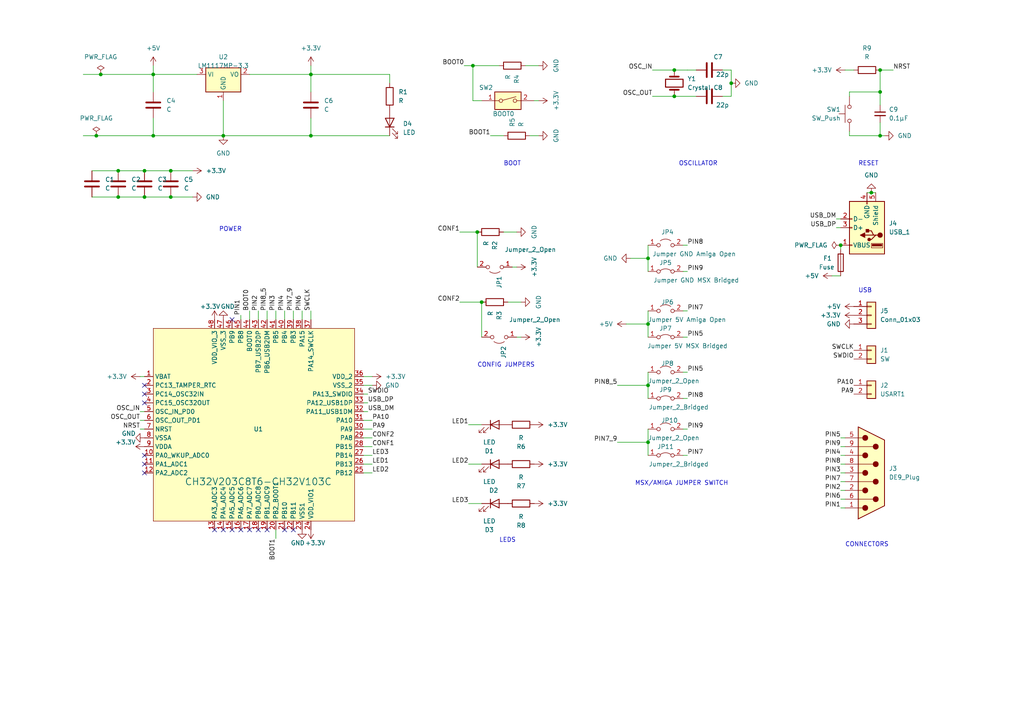
<source format=kicad_sch>
(kicad_sch (version 20230121) (generator eeschema)
  (paper "A4")
  (lib_symbols
    (symbol "CH32V203:CH32V203C8T6"
      (property "Reference" "U" (at 1.27 -1.27 0))
      (property "Value" "CH32V203C8T6" (at 29.21 26.67 0))
      (symbol "CH32V203C8T6_0_1"
        (rectangle (start 0 0) (end 58.42 55.88) (fill (type background)))
      )
      (symbol "CH32V203C8T6_1_1"
        (pin power_in line (at -2.54 41.91 0) (length 2.54) (name "VBAT") (number "1"))
        (pin bidirectional line (at -2.54 19.05 0) (length 2.54) (name "PA0_WKUP_ADC0") (number "10"))
        (pin bidirectional line (at -2.54 16.51 0) (length 2.54) (name "PA1_ADC1") (number "11"))
        (pin bidirectional line (at -2.54 13.97 0) (length 2.54) (name "PA2_ADC2") (number "12"))
        (pin bidirectional line (at 17.78 -2.54 90) (length 2.54) (name "PA3_ADC3") (number "13"))
        (pin bidirectional line (at 20.32 -2.54 90) (length 2.54) (name "PA4_ADC4") (number "14"))
        (pin bidirectional line (at 22.86 -2.54 90) (length 2.54) (name "PA5_ADC5") (number "15"))
        (pin bidirectional line (at 25.4 -2.54 90) (length 2.54) (name "PA6_ADC6") (number "16"))
        (pin bidirectional line (at 27.94 -2.54 90) (length 2.54) (name "PA7_ADC7") (number "17"))
        (pin bidirectional line (at 30.48 -2.54 90) (length 2.54) (name "PB0_ADC8") (number "18"))
        (pin bidirectional line (at 33.02 -2.54 90) (length 2.54) (name "PB1_ADC9") (number "19"))
        (pin bidirectional line (at -2.54 39.37 0) (length 2.54) (name "PC13_TAMPER_RTC") (number "2"))
        (pin bidirectional line (at 35.56 -2.54 90) (length 2.54) (name "PB2_BOOT1") (number "20"))
        (pin bidirectional line (at 38.1 -2.54 90) (length 2.54) (name "PB10") (number "21"))
        (pin bidirectional line (at 40.64 -2.54 90) (length 2.54) (name "PB11") (number "22"))
        (pin power_in line (at 43.18 -2.54 90) (length 2.54) (name "VSS1") (number "23"))
        (pin power_in line (at 45.72 -2.54 90) (length 2.54) (name "VDD_VIO1") (number "24"))
        (pin bidirectional line (at 60.96 13.97 180) (length 2.54) (name "PB12") (number "25"))
        (pin bidirectional line (at 60.96 16.51 180) (length 2.54) (name "PB13") (number "26"))
        (pin bidirectional line (at 60.96 19.05 180) (length 2.54) (name "PB14") (number "27"))
        (pin bidirectional line (at 60.96 21.59 180) (length 2.54) (name "PB15") (number "28"))
        (pin bidirectional line (at 60.96 24.13 180) (length 2.54) (name "PA8") (number "29"))
        (pin bidirectional line (at -2.54 36.83 0) (length 2.54) (name "PC14_OSC32IN") (number "3"))
        (pin bidirectional line (at 60.96 26.67 180) (length 2.54) (name "PA9") (number "30"))
        (pin bidirectional line (at 60.96 29.21 180) (length 2.54) (name "PA10") (number "31"))
        (pin bidirectional line (at 60.96 31.75 180) (length 2.54) (name "PA11_USB1DM") (number "32"))
        (pin bidirectional line (at 60.96 34.29 180) (length 2.54) (name "PA12_USB1DP") (number "33"))
        (pin bidirectional line (at 60.96 36.83 180) (length 2.54) (name "PA13_SWDIO") (number "34"))
        (pin power_in line (at 60.96 39.37 180) (length 2.54) (name "VSS_2") (number "35"))
        (pin power_in line (at 60.96 41.91 180) (length 2.54) (name "VDD_2") (number "36"))
        (pin bidirectional line (at 45.72 58.42 270) (length 2.54) (name "PA14_SWCLK") (number "37"))
        (pin bidirectional line (at 43.18 58.42 270) (length 2.54) (name "PA15") (number "38"))
        (pin bidirectional line (at 40.64 58.42 270) (length 2.54) (name "PB3") (number "39"))
        (pin bidirectional line (at -2.54 34.29 0) (length 2.54) (name "PC15_OSC32OUT") (number "4"))
        (pin bidirectional line (at 38.1 58.42 270) (length 2.54) (name "PB4") (number "40"))
        (pin bidirectional line (at 35.56 58.42 270) (length 2.54) (name "PB5") (number "41"))
        (pin bidirectional line (at 33.02 58.42 270) (length 2.54) (name "PB6_USB2DM") (number "42"))
        (pin bidirectional line (at 30.48 58.42 270) (length 2.54) (name "PB7_USB2DP") (number "43"))
        (pin bidirectional line (at 27.94 58.42 270) (length 2.54) (name "BOOT0") (number "44"))
        (pin bidirectional line (at 25.4 58.42 270) (length 2.54) (name "PB8") (number "45"))
        (pin bidirectional line (at 22.86 58.42 270) (length 2.54) (name "PB9") (number "46"))
        (pin power_in line (at 20.32 58.42 270) (length 2.54) (name "VSS_3") (number "47"))
        (pin power_in line (at 17.78 58.42 270) (length 2.54) (name "VDD_VIO_3") (number "48"))
        (pin bidirectional line (at -2.54 31.75 0) (length 2.54) (name "OSC_IN_PD0") (number "5"))
        (pin bidirectional line (at -2.54 29.21 0) (length 2.54) (name "OSC_OUT_PD1") (number "6"))
        (pin bidirectional line (at -2.54 26.67 0) (length 2.54) (name "NRST") (number "7"))
        (pin power_in line (at -2.54 24.13 0) (length 2.54) (name "VSSA") (number "8"))
        (pin power_in line (at -2.54 21.59 0) (length 2.54) (name "VDDA") (number "9"))
      )
    )
    (symbol "Connector:DE9_Plug" (pin_names (offset 1.016) hide)
      (property "Reference" "J" (at 0 13.97 0))
      (property "Value" "DE9_Plug" (at 0 -14.605 0))
      (symbol "DE9_Plug_0_1"
        (circle (center -1.778 -10.16) (radius 0.762) (fill (type outline)))
        (circle (center -1.778 -5.08) (radius 0.762) (fill (type outline)))
        (circle (center -1.778 0) (radius 0.762) (fill (type outline)))
        (circle (center -1.778 5.08) (radius 0.762) (fill (type outline)))
        (circle (center -1.778 10.16) (radius 0.762) (fill (type outline)))
        (polyline (pts (xy -3.81 -10.16) (xy -2.54 -10.16)))
        (polyline (pts (xy -3.81 -7.62) (xy 0.508 -7.62)))
        (polyline (pts (xy -3.81 -5.08) (xy -2.54 -5.08)))
        (polyline (pts (xy -3.81 -2.54) (xy 0.508 -2.54)))
        (polyline (pts (xy -3.81 0) (xy -2.54 0)))
        (polyline (pts (xy -3.81 2.54) (xy 0.508 2.54)))
        (polyline (pts (xy -3.81 5.08) (xy -2.54 5.08)))
        (polyline (pts (xy -3.81 7.62) (xy 0.508 7.62)))
        (polyline (pts (xy -3.81 10.16) (xy -2.54 10.16)))
        (polyline (pts (xy -3.81 -13.335) (xy -3.81 13.335) (xy 3.81 9.525) (xy 3.81 -9.525) (xy -3.81 -13.335)) (stroke (width 0.254)) (fill (type background)))
        (circle (center 1.27 -7.62) (radius 0.762) (fill (type outline)))
        (circle (center 1.27 -2.54) (radius 0.762) (fill (type outline)))
        (circle (center 1.27 2.54) (radius 0.762) (fill (type outline)))
        (circle (center 1.27 7.62) (radius 0.762) (fill (type outline)))
      )
      (symbol "DE9_Plug_1_1"
        (pin passive line (at -7.62 -10.16 0) (length 3.81) (name "1") (number "1"))
        (pin passive line (at -7.62 -5.08 0) (length 3.81) (name "2") (number "2"))
        (pin passive line (at -7.62 0 0) (length 3.81) (name "3") (number "3"))
        (pin passive line (at -7.62 5.08 0) (length 3.81) (name "4") (number "4"))
        (pin passive line (at -7.62 10.16 0) (length 3.81) (name "5") (number "5"))
        (pin passive line (at -7.62 -7.62 0) (length 3.81) (name "6") (number "6"))
        (pin passive line (at -7.62 -2.54 0) (length 3.81) (name "7") (number "7"))
        (pin passive line (at -7.62 2.54 0) (length 3.81) (name "8") (number "8"))
        (pin passive line (at -7.62 7.62 0) (length 3.81) (name "9") (number "9"))
      )
    )
    (symbol "Connector:USB_A" (pin_names (offset 1.016))
      (property "Reference" "J" (at -5.08 11.43 0))
      (property "Value" "USB_A" (at -5.08 8.89 0))
      (symbol "USB_A_0_1"
        (rectangle (start -5.08 -7.62) (end 5.08 7.62) (stroke (width 0.254)) (fill (type background)))
        (circle (center -3.81 2.159) (radius 0.635) (stroke (width 0.254)) (fill (type outline)))
        (rectangle (start -1.524 4.826) (end -4.318 5.334) (fill (type outline)))
        (rectangle (start -1.27 4.572) (end -4.572 5.842))
        (circle (center -0.635 3.429) (radius 0.381) (stroke (width 0.254)) (fill (type outline)))
        (rectangle (start -0.127 -7.62) (end 0.127 -6.858))
        (polyline (pts (xy -3.175 2.159) (xy -2.54 2.159) (xy -1.27 3.429) (xy -0.635 3.429)) (stroke (width 0.254)))
        (polyline (pts (xy -2.54 2.159) (xy -1.905 2.159) (xy -1.27 0.889) (xy 0 0.889)) (stroke (width 0.254)))
        (polyline (pts (xy 0.635 2.794) (xy 0.635 1.524) (xy 1.905 2.159) (xy 0.635 2.794)) (stroke (width 0.254)) (fill (type outline)))
        (rectangle (start 0.254 1.27) (end -0.508 0.508) (stroke (width 0.254)) (fill (type outline)))
        (rectangle (start 5.08 -2.667) (end 4.318 -2.413))
        (rectangle (start 5.08 -0.127) (end 4.318 0.127))
        (rectangle (start 5.08 4.953) (end 4.318 5.207))
      )
      (symbol "USB_A_1_1"
        (polyline (pts (xy -1.905 2.159) (xy 0.635 2.159)) (stroke (width 0.254)))
        (pin power_in line (at 7.62 5.08 180) (length 2.54) (name "VBUS") (number "1"))
        (pin bidirectional line (at 7.62 -2.54 180) (length 2.54) (name "D-") (number "2"))
        (pin bidirectional line (at 7.62 0 180) (length 2.54) (name "D+") (number "3"))
        (pin power_in line (at 0 -10.16 90) (length 2.54) (name "GND") (number "4"))
        (pin passive line (at -2.54 -10.16 90) (length 2.54) (name "Shield") (number "5"))
      )
    )
    (symbol "Connector_Generic:Conn_01x02" (pin_names (offset 1.016) hide)
      (property "Reference" "J" (at 0 2.54 0))
      (property "Value" "Conn_01x02" (at 0 -5.08 0))
      (symbol "Conn_01x02_1_1"
        (rectangle (start -1.27 -2.413) (end 0 -2.667) (stroke (width 0.1524)))
        (rectangle (start -1.27 0.127) (end 0 -0.127) (stroke (width 0.1524)))
        (rectangle (start -1.27 1.27) (end 1.27 -3.81) (stroke (width 0.254)) (fill (type background)))
        (pin passive line (at -5.08 0 0) (length 3.81) (name "Pin_1") (number "1"))
        (pin passive line (at -5.08 -2.54 0) (length 3.81) (name "Pin_2") (number "2"))
      )
    )
    (symbol "Connector_Generic:Conn_01x03" (pin_names (offset 1.016) hide)
      (property "Reference" "J" (at 0 5.08 0))
      (property "Value" "Conn_01x03" (at 0 -5.08 0))
      (symbol "Conn_01x03_1_1"
        (rectangle (start -1.27 -2.413) (end 0 -2.667) (stroke (width 0.1524)))
        (rectangle (start -1.27 0.127) (end 0 -0.127) (stroke (width 0.1524)))
        (rectangle (start -1.27 2.667) (end 0 2.413) (stroke (width 0.1524)))
        (rectangle (start -1.27 3.81) (end 1.27 -3.81) (stroke (width 0.254)) (fill (type background)))
        (pin passive line (at -5.08 2.54 0) (length 3.81) (name "Pin_1") (number "1"))
        (pin passive line (at -5.08 0 0) (length 3.81) (name "Pin_2") (number "2"))
        (pin passive line (at -5.08 -2.54 0) (length 3.81) (name "Pin_3") (number "3"))
      )
    )
    (symbol "Device:C" (pin_numbers hide) (pin_names (offset 0.254))
      (property "Reference" "C" (at 0.635 2.54 0))
      (property "Value" "C" (at 0.635 -2.54 0))
      (symbol "C_0_1"
        (polyline (pts (xy -2.032 -0.762) (xy 2.032 -0.762)) (stroke (width 0.508)))
        (polyline (pts (xy -2.032 0.762) (xy 2.032 0.762)) (stroke (width 0.508)))
      )
      (symbol "C_1_1"
        (pin passive line (at 0 3.81 270) (length 2.794) (name "~") (number "1"))
        (pin passive line (at 0 -3.81 90) (length 2.794) (name "~") (number "2"))
      )
    )
    (symbol "Device:C_Small" (pin_numbers hide) (pin_names (offset 0.254) hide)
      (property "Reference" "C" (at 0.254 1.778 0))
      (property "Value" "C_Small" (at 0.254 -2.032 0))
      (symbol "C_Small_0_1"
        (polyline (pts (xy -1.524 -0.508) (xy 1.524 -0.508)) (stroke (width 0.3302)))
        (polyline (pts (xy -1.524 0.508) (xy 1.524 0.508)) (stroke (width 0.3048)))
      )
      (symbol "C_Small_1_1"
        (pin passive line (at 0 2.54 270) (length 2.032) (name "~") (number "1"))
        (pin passive line (at 0 -2.54 90) (length 2.032) (name "~") (number "2"))
      )
    )
    (symbol "Device:Crystal" (pin_numbers hide) (pin_names (offset 1.016) hide)
      (property "Reference" "Y" (at 0 3.81 0))
      (property "Value" "Crystal" (at 0 -3.81 0))
      (symbol "Crystal_0_1"
        (rectangle (start -1.143 2.54) (end 1.143 -2.54) (stroke (width 0.3048)))
        (polyline (pts (xy -2.54 0) (xy -1.905 0)))
        (polyline (pts (xy -1.905 -1.27) (xy -1.905 1.27)) (stroke (width 0.508)))
        (polyline (pts (xy 1.905 -1.27) (xy 1.905 1.27)) (stroke (width 0.508)))
        (polyline (pts (xy 2.54 0) (xy 1.905 0)))
      )
      (symbol "Crystal_1_1"
        (pin passive line (at -3.81 0 0) (length 1.27) (name "1") (number "1"))
        (pin passive line (at 3.81 0 180) (length 1.27) (name "2") (number "2"))
      )
    )
    (symbol "Device:Fuse" (pin_numbers hide) (pin_names (offset 0))
      (property "Reference" "F" (at 2.032 0 90))
      (property "Value" "Fuse" (at -1.905 0 90))
      (symbol "Fuse_0_1"
        (rectangle (start -0.762 -2.54) (end 0.762 2.54) (stroke (width 0.254)))
        (polyline (pts (xy 0 2.54) (xy 0 -2.54)))
      )
      (symbol "Fuse_1_1"
        (pin passive line (at 0 3.81 270) (length 1.27) (name "~") (number "1"))
        (pin passive line (at 0 -3.81 90) (length 1.27) (name "~") (number "2"))
      )
    )
    (symbol "Device:LED" (pin_numbers hide) (pin_names (offset 1.016) hide)
      (property "Reference" "D" (at 0 2.54 0))
      (property "Value" "LED" (at 0 -2.54 0))
      (symbol "LED_0_1"
        (polyline (pts (xy -1.27 -1.27) (xy -1.27 1.27)) (stroke (width 0.254)))
        (polyline (pts (xy -1.27 0) (xy 1.27 0)))
        (polyline (pts (xy 1.27 -1.27) (xy 1.27 1.27) (xy -1.27 0) (xy 1.27 -1.27)) (stroke (width 0.254)))
        (polyline (pts (xy -3.048 -0.762) (xy -4.572 -2.286) (xy -3.81 -2.286) (xy -4.572 -2.286) (xy -4.572 -1.524)))
        (polyline (pts (xy -1.778 -0.762) (xy -3.302 -2.286) (xy -2.54 -2.286) (xy -3.302 -2.286) (xy -3.302 -1.524)))
      )
      (symbol "LED_1_1"
        (pin passive line (at -3.81 0 0) (length 2.54) (name "K") (number "1"))
        (pin passive line (at 3.81 0 180) (length 2.54) (name "A") (number "2"))
      )
    )
    (symbol "Device:R" (pin_numbers hide) (pin_names (offset 0))
      (property "Reference" "R" (at 2.032 0 90))
      (property "Value" "R" (at 0 0 90))
      (symbol "R_0_1"
        (rectangle (start -1.016 -2.54) (end 1.016 2.54) (stroke (width 0.254)))
      )
      (symbol "R_1_1"
        (pin passive line (at 0 3.81 270) (length 1.27) (name "~") (number "1"))
        (pin passive line (at 0 -3.81 90) (length 1.27) (name "~") (number "2"))
      )
    )
    (symbol "Jumper:Jumper_2_Bridged" (pin_names (offset 0) hide)
      (property "Reference" "JP" (at 0 1.905 0))
      (property "Value" "Jumper_2_Bridged" (at 0 -2.54 0))
      (symbol "Jumper_2_Bridged_0_0"
        (circle (center -2.032 0) (radius 0.508))
        (circle (center 2.032 0) (radius 0.508))
      )
      (symbol "Jumper_2_Bridged_0_1"
        (arc (start 1.524 0.254) (mid 0 0.762) (end -1.524 0.254))
      )
      (symbol "Jumper_2_Bridged_1_1"
        (pin passive line (at -5.08 0 0) (length 2.54) (name "A") (number "1"))
        (pin passive line (at 5.08 0 180) (length 2.54) (name "B") (number "2"))
      )
    )
    (symbol "Jumper:Jumper_2_Open" (pin_names (offset 0) hide)
      (property "Reference" "JP" (at 0 2.794 0))
      (property "Value" "Jumper_2_Open" (at 0 -2.286 0))
      (symbol "Jumper_2_Open_0_0"
        (circle (center -2.032 0) (radius 0.508))
        (circle (center 2.032 0) (radius 0.508))
      )
      (symbol "Jumper_2_Open_0_1"
        (arc (start 1.524 1.27) (mid 0 1.778) (end -1.524 1.27))
      )
      (symbol "Jumper_2_Open_1_1"
        (pin passive line (at -5.08 0 0) (length 2.54) (name "A") (number "1"))
        (pin passive line (at 5.08 0 180) (length 2.54) (name "B") (number "2"))
      )
    )
    (symbol "Regulator_Linear:LM1117MP-3.3"
      (property "Reference" "U" (at -3.81 3.175 0))
      (property "Value" "LM1117MP-3.3" (at 0 3.175 0))
      (symbol "LM1117MP-3.3_0_1"
        (rectangle (start -5.08 -5.08) (end 5.08 1.905) (stroke (width 0.254)) (fill (type background)))
      )
      (symbol "LM1117MP-3.3_1_1"
        (pin power_in line (at 0 -7.62 90) (length 2.54) (name "GND") (number "1"))
        (pin power_out line (at 7.62 0 180) (length 2.54) (name "VO") (number "2"))
        (pin power_in line (at -7.62 0 0) (length 2.54) (name "VI") (number "3"))
      )
    )
    (symbol "Switch:SW_DIP_x01" (pin_names (offset 0) hide)
      (property "Reference" "SW" (at 0 3.81 0))
      (property "Value" "SW_DIP_x01" (at 0 -3.81 0))
      (symbol "SW_DIP_x01_0_0"
        (circle (center -2.032 0) (radius 0.508))
        (polyline (pts (xy -1.524 0.127) (xy 2.3622 1.1684)))
        (circle (center 2.032 0) (radius 0.508))
      )
      (symbol "SW_DIP_x01_0_1"
        (rectangle (start -3.81 2.54) (end 3.81 -2.54) (stroke (width 0.254)) (fill (type background)))
      )
      (symbol "SW_DIP_x01_1_1"
        (pin passive line (at -7.62 0 0) (length 5.08) (name "~") (number "1"))
        (pin passive line (at 7.62 0 180) (length 5.08) (name "~") (number "2"))
      )
    )
    (symbol "Switch:SW_Push" (pin_numbers hide) (pin_names (offset 1.016) hide)
      (property "Reference" "SW" (at 1.27 2.54 0))
      (property "Value" "SW_Push" (at 0 -1.524 0))
      (symbol "SW_Push_0_1"
        (circle (center -2.032 0) (radius 0.508))
        (polyline (pts (xy 0 1.27) (xy 0 3.048)))
        (polyline (pts (xy 2.54 1.27) (xy -2.54 1.27)))
        (circle (center 2.032 0) (radius 0.508))
        (pin passive line (at -5.08 0 0) (length 2.54) (name "1") (number "1"))
        (pin passive line (at 5.08 0 180) (length 2.54) (name "2") (number "2"))
      )
    )
    (symbol "power:+3.3V" (power) (pin_names (offset 0))
      (property "Value" "+3.3V" (at 0 3.556 0))
      (symbol "+3.3V_0_1"
        (polyline (pts (xy -0.762 1.27) (xy 0 2.54)))
        (polyline (pts (xy 0 0) (xy 0 2.54)))
        (polyline (pts (xy 0 2.54) (xy 0.762 1.27)))
      )
      (symbol "+3.3V_1_1"
        (pin power_in line (at 0 0 90) (length 0) hide (name "+3.3V") (number "1"))
      )
    )
    (symbol "power:+5V" (power) (pin_names (offset 0))
      (property "Value" "+5V" (at 0 3.556 0))
      (symbol "+5V_0_1"
        (polyline (pts (xy -0.762 1.27) (xy 0 2.54)))
        (polyline (pts (xy 0 0) (xy 0 2.54)))
        (polyline (pts (xy 0 2.54) (xy 0.762 1.27)))
      )
      (symbol "+5V_1_1"
        (pin power_in line (at 0 0 90) (length 0) hide (name "+5V") (number "1"))
      )
    )
    (symbol "power:GND" (power) (pin_names (offset 0))
      (property "Value" "GND" (at 0 -3.81 0))
      (symbol "GND_0_1"
        (polyline (pts (xy 0 0) (xy 0 -1.27) (xy 1.27 -1.27) (xy 0 -2.54) (xy -1.27 -1.27) (xy 0 -1.27)))
      )
      (symbol "GND_1_1"
        (pin power_in line (at 0 0 270) (length 0) hide (name "GND") (number "1"))
      )
    )
    (symbol "power:PWR_FLAG" (power) (pin_numbers hide) (pin_names (offset 0) hide)
      (property "Value" "PWR_FLAG" (at 0 3.81 0))
      (symbol "PWR_FLAG_0_0"
        (pin power_out line (at 0 0 90) (length 0) (name "pwr") (number "1"))
      )
      (symbol "PWR_FLAG_0_1"
        (polyline (pts (xy 0 0) (xy 0 1.27) (xy -1.016 1.905) (xy 0 2.54) (xy 1.016 1.905) (xy 0 1.27)))
      )
    )
  )
  (junction (at 44.45 21.59))
  (junction (at 187.96 74.93))
  (junction (at 90.17 21.59))
  (junction (at 90.17 39.37))
  (junction (at 138.43 67.31))
  (junction (at 243.84 71.12))
  (junction (at 49.53 57.15))
  (junction (at 195.58 20.32))
  (junction (at 41.91 49.53))
  (junction (at 137.16 19.05))
  (junction (at 255.27 39.37))
  (junction (at 255.27 26.67))
  (junction (at 255.27 20.32))
  (junction (at 187.96 128.27))
  (junction (at 212.09 24.13))
  (junction (at 34.29 57.15))
  (junction (at 195.58 27.94))
  (junction (at 187.96 111.76))
  (junction (at 44.45 39.37))
  (junction (at 139.7 87.63))
  (junction (at 64.77 39.37))
  (junction (at 29.21 21.59))
  (junction (at 49.53 49.53))
  (junction (at 41.91 57.15))
  (junction (at 252.73 55.88))
  (junction (at 27.94 39.37))
  (junction (at 187.96 93.98))
  (junction (at 34.29 49.53))
  (no_connect (at 41.91 111.76))
  (no_connect (at 62.23 153.67))
  (no_connect (at 41.91 116.84))
  (no_connect (at 85.09 153.67))
  (no_connect (at 72.39 153.67))
  (no_connect (at 41.91 134.62))
  (no_connect (at 41.91 132.08))
  (no_connect (at 67.31 92.71))
  (no_connect (at 82.55 153.67))
  (no_connect (at 77.47 153.67))
  (no_connect (at 74.93 153.67))
  (no_connect (at 69.85 153.67))
  (no_connect (at 67.31 153.67))
  (no_connect (at 41.91 137.16))
  (no_connect (at 41.91 114.3))
  (no_connect (at 64.77 153.67))
  (wire (pts (xy 243.84 147.32) (xy 245.11 147.32)))
  (wire (pts (xy 105.41 134.62) (xy 107.95 134.62)))
  (wire (pts (xy 87.63 90.17) (xy 87.63 92.71)))
  (wire (pts (xy 44.45 39.37) (xy 27.94 39.37)) (stroke (width 0.1524)))
  (wire (pts (xy 49.53 57.15) (xy 55.88 57.15)))
  (wire (pts (xy 254 55.88) (xy 252.73 55.88)))
  (wire (pts (xy 40.64 121.92) (xy 41.91 121.92)))
  (wire (pts (xy 26.67 49.53) (xy 34.29 49.53)))
  (wire (pts (xy 41.91 49.53) (xy 49.53 49.53)))
  (wire (pts (xy 113.03 21.59) (xy 113.03 24.13)) (stroke (width 0.1524)))
  (wire (pts (xy 243.84 127) (xy 245.11 127)))
  (wire (pts (xy 40.64 109.22) (xy 41.91 109.22)))
  (wire (pts (xy 77.47 90.17) (xy 77.47 92.71)))
  (wire (pts (xy 149.86 67.31) (xy 146.05 67.31)))
  (wire (pts (xy 199.39 20.32) (xy 201.93 20.32)) (stroke (width 0.1524)))
  (wire (pts (xy 195.58 27.94) (xy 201.93 27.94)) (stroke (width 0.1524)))
  (wire (pts (xy 90.17 39.37) (xy 113.03 39.37)) (stroke (width 0.1524)))
  (wire (pts (xy 41.91 57.15) (xy 49.53 57.15)))
  (wire (pts (xy 198.12 97.79) (xy 199.39 97.79)))
  (wire (pts (xy 246.38 26.67) (xy 255.27 26.67)))
  (wire (pts (xy 212.09 20.32) (xy 212.09 24.13)) (stroke (width 0.1524)))
  (wire (pts (xy 212.09 24.13) (xy 212.09 27.94)) (stroke (width 0.1524)))
  (wire (pts (xy 41.91 119.38) (xy 40.64 119.38)))
  (wire (pts (xy 139.7 87.63) (xy 139.7 97.79)))
  (wire (pts (xy 90.17 19.05) (xy 90.17 21.59)))
  (wire (pts (xy 242.57 66.04) (xy 243.84 66.04)))
  (wire (pts (xy 187.96 124.46) (xy 187.96 128.27)))
  (wire (pts (xy 255.27 20.32) (xy 259.08 20.32)))
  (wire (pts (xy 40.64 124.46) (xy 41.91 124.46)))
  (wire (pts (xy 187.96 111.76) (xy 187.96 115.57)))
  (wire (pts (xy 187.96 74.93) (xy 187.96 78.74)))
  (wire (pts (xy 198.12 90.17) (xy 199.39 90.17)))
  (wire (pts (xy 105.41 137.16) (xy 107.95 137.16)))
  (wire (pts (xy 187.96 128.27) (xy 187.96 132.08)))
  (wire (pts (xy 64.77 39.37) (xy 44.45 39.37)) (stroke (width 0.1524)))
  (wire (pts (xy 255.27 26.67) (xy 255.27 30.48)))
  (wire (pts (xy 198.12 115.57) (xy 199.39 115.57)))
  (wire (pts (xy 105.41 116.84) (xy 106.68 116.84)))
  (wire (pts (xy 187.96 90.17) (xy 187.96 93.98)))
  (wire (pts (xy 105.41 111.76) (xy 107.95 111.76)))
  (wire (pts (xy 209.55 20.32) (xy 212.09 20.32)) (stroke (width 0.1524)))
  (wire (pts (xy 135.89 146.05) (xy 139.7 146.05)))
  (wire (pts (xy 26.67 57.15) (xy 34.29 57.15)))
  (wire (pts (xy 80.01 153.67) (xy 80.01 156.21)))
  (wire (pts (xy 156.21 19.05) (xy 152.4 19.05)))
  (wire (pts (xy 187.96 71.12) (xy 187.96 74.93)))
  (wire (pts (xy 242.57 63.5) (xy 243.84 63.5)))
  (wire (pts (xy 212.09 27.94) (xy 209.55 27.94)) (stroke (width 0.1524)))
  (wire (pts (xy 195.58 20.32) (xy 199.39 20.32)))
  (wire (pts (xy 80.01 90.17) (xy 80.01 92.71)))
  (wire (pts (xy 72.39 90.17) (xy 72.39 92.71)))
  (wire (pts (xy 243.84 142.24) (xy 245.11 142.24)))
  (wire (pts (xy 138.43 67.31) (xy 138.43 77.47)))
  (wire (pts (xy 135.89 123.19) (xy 139.7 123.19)))
  (wire (pts (xy 151.13 87.63) (xy 147.32 87.63)))
  (wire (pts (xy 137.16 29.21) (xy 139.7 29.21)))
  (wire (pts (xy 151.13 97.79) (xy 149.86 97.79)))
  (wire (pts (xy 85.09 90.17) (xy 85.09 92.71)))
  (wire (pts (xy 44.45 21.59) (xy 29.21 21.59)) (stroke (width 0.1524)))
  (wire (pts (xy 137.16 19.05) (xy 144.78 19.05)))
  (wire (pts (xy 198.12 107.95) (xy 199.39 107.95)))
  (wire (pts (xy 105.41 121.92) (xy 107.95 121.92)))
  (wire (pts (xy 153.67 39.37) (xy 156.21 39.37)))
  (wire (pts (xy 135.89 134.62) (xy 139.7 134.62)))
  (wire (pts (xy 105.41 109.22) (xy 107.95 109.22)))
  (wire (pts (xy 179.07 111.76) (xy 187.96 111.76)))
  (wire (pts (xy 187.96 93.98) (xy 187.96 97.79)))
  (wire (pts (xy 64.77 39.37) (xy 64.77 29.21)) (stroke (width 0.1524)))
  (wire (pts (xy 243.84 80.01) (xy 241.3 80.01)))
  (wire (pts (xy 44.45 19.05) (xy 44.45 21.59)))
  (wire (pts (xy 181.61 93.98) (xy 187.96 93.98)))
  (wire (pts (xy 69.85 91.44) (xy 69.85 92.71)))
  (wire (pts (xy 72.39 21.59) (xy 90.17 21.59)))
  (wire (pts (xy 44.45 21.59) (xy 44.45 26.67)) (stroke (width 0.1524)))
  (wire (pts (xy 198.12 71.12) (xy 199.39 71.12)))
  (wire (pts (xy 245.11 20.32) (xy 247.65 20.32)))
  (wire (pts (xy 243.84 144.78) (xy 245.11 144.78)))
  (wire (pts (xy 179.07 128.27) (xy 187.96 128.27)))
  (wire (pts (xy 156.21 29.21) (xy 154.94 29.21)))
  (wire (pts (xy 49.53 49.53) (xy 55.88 49.53)))
  (wire (pts (xy 44.45 34.29) (xy 44.45 39.37)) (stroke (width 0.1524)))
  (wire (pts (xy 105.41 124.46) (xy 107.95 124.46)))
  (wire (pts (xy 149.86 77.47) (xy 148.59 77.47)))
  (wire (pts (xy 187.96 107.95) (xy 187.96 111.76)))
  (wire (pts (xy 243.84 132.08) (xy 245.11 132.08)))
  (wire (pts (xy 105.41 129.54) (xy 107.95 129.54)))
  (wire (pts (xy 105.41 127) (xy 107.95 127)))
  (wire (pts (xy 255.27 20.32) (xy 255.27 26.67)))
  (wire (pts (xy 90.17 21.59) (xy 90.17 26.67)) (stroke (width 0.1524)))
  (wire (pts (xy 133.35 87.63) (xy 139.7 87.63)))
  (wire (pts (xy 105.41 132.08) (xy 107.95 132.08)))
  (wire (pts (xy 243.84 137.16) (xy 245.11 137.16)))
  (wire (pts (xy 90.17 34.29) (xy 90.17 39.37)) (stroke (width 0.1524)))
  (wire (pts (xy 243.84 72.39) (xy 243.84 71.12)))
  (wire (pts (xy 105.41 114.3) (xy 106.68 114.3)))
  (wire (pts (xy 198.12 132.08) (xy 199.39 132.08)))
  (wire (pts (xy 142.24 39.37) (xy 146.05 39.37)))
  (wire (pts (xy 252.73 55.88) (xy 251.46 55.88)))
  (wire (pts (xy 34.29 49.53) (xy 41.91 49.53)))
  (wire (pts (xy 243.84 139.7) (xy 245.11 139.7)))
  (wire (pts (xy 34.29 57.15) (xy 41.91 57.15)))
  (wire (pts (xy 137.16 19.05) (xy 137.16 29.21)))
  (wire (pts (xy 189.23 20.32) (xy 195.58 20.32)))
  (wire (pts (xy 198.12 78.74) (xy 199.39 78.74)))
  (wire (pts (xy 189.23 27.94) (xy 195.58 27.94)) (stroke (width 0.1524)))
  (wire (pts (xy 243.84 129.54) (xy 245.11 129.54)))
  (wire (pts (xy 29.21 21.59) (xy 24.13 21.59)) (stroke (width 0.1524)))
  (wire (pts (xy 182.88 74.93) (xy 187.96 74.93)))
  (wire (pts (xy 255.27 35.56) (xy 255.27 39.37)))
  (wire (pts (xy 246.38 38.1) (xy 246.38 39.37)))
  (wire (pts (xy 105.41 119.38) (xy 106.68 119.38)))
  (wire (pts (xy 90.17 21.59) (xy 113.03 21.59)) (stroke (width 0.1524)))
  (wire (pts (xy 246.38 39.37) (xy 255.27 39.37)))
  (wire (pts (xy 256.54 39.37) (xy 255.27 39.37)))
  (wire (pts (xy 57.15 21.59) (xy 44.45 21.59)) (stroke (width 0.1524)))
  (wire (pts (xy 74.93 90.17) (xy 74.93 92.71)))
  (wire (pts (xy 82.55 90.17) (xy 82.55 92.71)))
  (wire (pts (xy 90.17 90.17) (xy 90.17 92.71)))
  (wire (pts (xy 134.62 19.05) (xy 137.16 19.05)))
  (wire (pts (xy 64.77 39.37) (xy 90.17 39.37)) (stroke (width 0.1524)))
  (wire (pts (xy 27.94 39.37) (xy 24.13 39.37)) (stroke (width 0.1524)))
  (wire (pts (xy 133.35 67.31) (xy 138.43 67.31)))
  (wire (pts (xy 246.38 27.94) (xy 246.38 26.67)))
  (wire (pts (xy 243.84 134.62) (xy 245.11 134.62)))
  (wire (pts (xy 198.12 124.46) (xy 199.39 124.46)))
  (text "CONNECTORS\n" (at 245.11 158.75 0) (effects (font (size 1.27 1.27)) (justify left bottom)))
  (text "CONFIG JUMPERS\n" (at 138.43 106.68 0) (effects (font (size 1.27 1.27)) (justify left bottom)))
  (text "OSCILLATOR\n" (at 196.85 48.26 0) (effects (font (size 1.27 1.27)) (justify left bottom)))
  (text "LEDS\n" (at 144.78 157.48 0) (effects (font (size 1.27 1.27)) (justify left bottom)))
  (text "MSX/AMIGA JUMPER SWITCH\n" (at 184.15 140.97 0) (effects (font (size 1.27 1.27)) (justify left bottom)))
  (text "USB\n" (at 248.92 85.09 0) (effects (font (size 1.27 1.27)) (justify left bottom)))
  (text "BOOT\n" (at 146.05 48.26 0) (effects (font (size 1.27 1.27)) (justify left bottom)))
  (text "POWER\n" (at 63.5 67.31 0) (effects (font (size 1.27 1.27)) (justify left bottom)))
  (text "RESET" (at 248.92 48.26 0) (effects (font (size 1.27 1.27)) (justify left bottom)))
  (label "PIN9" (at 199.39 124.46 0))
  (label "PIN8" (at 199.39 71.12 0))
  (label "CONF2" (at 133.35 87.63 180))
  (label "LED3" (at 135.89 146.05 180))
  (label "PIN7" (at 199.39 132.08 0))
  (label "LED1" (at 135.89 123.19 180))
  (label "BOOT0" (at 134.62 19.05 180))
  (label "PIN8_5" (at 77.47 90.17 90))
  (label "PIN1" (at 69.85 91.44 90))
  (label "PIN2" (at 243.84 142.24 180))
  (label "PA10" (at 107.95 121.92 0))
  (label "PIN7" (at 243.84 139.7 180))
  (label "PIN1" (at 243.84 147.32 180))
  (label "CONF2" (at 107.95 127 0))
  (label "OSC_OUT" (at 40.64 121.92 180))
  (label "USB_DM" (at 242.57 63.5 180))
  (label "PIN2" (at 74.93 90.17 90))
  (label "PIN7_9" (at 179.07 128.27 180))
  (label "PIN4" (at 82.55 90.17 90))
  (label "LED2" (at 107.95 137.16 0))
  (label "BOOT1" (at 142.24 39.37 180))
  (label "USB_DP" (at 242.57 66.04 180))
  (label "SWCLK" (at 90.17 90.17 90))
  (label "PIN8" (at 199.39 115.57 0))
  (label "PIN8_5" (at 179.07 111.76 180))
  (label "PA10" (at 247.65 111.76 180))
  (label "PIN5" (at 199.39 107.95 0))
  (label "PA9" (at 247.65 114.3 180))
  (label "SWDIO" (at 106.68 114.3 0))
  (label "OSC_IN" (at 189.23 20.32 180))
  (label "PIN3" (at 243.84 137.16 180))
  (label "OSC_OUT" (at 189.23 27.94 180))
  (label "LED2" (at 135.89 134.62 180))
  (label "LED1" (at 107.95 134.62 0))
  (label "PIN8" (at 243.84 134.62 180))
  (label "PIN9" (at 199.39 78.74 0))
  (label "PIN7" (at 199.39 90.17 0))
  (label "LED3" (at 107.95 132.08 0))
  (label "SWCLK" (at 247.65 101.6 180))
  (label "PIN9" (at 243.84 129.54 180))
  (label "CONF1" (at 107.95 129.54 0))
  (label "USB_DM" (at 106.68 119.38 0))
  (label "NRST" (at 259.08 20.32 0))
  (label "PIN6" (at 87.63 90.17 90))
  (label "OSC_IN" (at 40.64 119.38 180))
  (label "PIN3" (at 80.01 90.17 90))
  (label "USB_DP" (at 106.68 116.84 0))
  (label "BOOT1" (at 80.01 156.21 270))
  (label "SWDIO" (at 247.65 104.14 180))
  (label "PIN6" (at 243.84 144.78 180))
  (label "PIN5" (at 199.39 97.79 0))
  (label "PIN4" (at 243.84 132.08 180))
  (label "PIN5" (at 243.84 127 180))
  (label "PA9" (at 107.95 124.46 0))
  (label "BOOT0" (at 72.39 90.17 90))
  (label "PIN7_9" (at 85.09 90.17 90))
  (label "CONF1" (at 133.35 67.31 180))
  (label "NRST" (at 40.64 124.46 180))
  (symbol (lib_id "Connector_Generic:Conn_01x02") (at 252.73 101.6 0) (unit 1)
    (property "Reference" "J1" (at 255.27 101.6 0) (effects (justify left)))
    (property "Value" "SW" (at 255.27 104.14 0) (effects (justify left)))
    (property "Footprint" "Connector_PinHeader_2.54mm:PinHeader_1x02_P2.54mm_Vertical" (effects hide))
  )
  (symbol (lib_id "power:GND") (at 151.13 87.63 90) (unit 1)
    (property "Reference" "#PWR026" (effects hide))
    (property "Value" "GND" (at 156.21 87.63 0))
  )
  (symbol (lib_id "Device:C") (at 41.91 53.34 0) (unit 1)
    (property "Reference" "C3" (at 45.72 52.07 0) (effects (justify left)))
    (property "Value" "C" (at 45.72 54.61 0) (effects (justify left)))
    (property "Footprint" "Capacitor_SMD:C_0805_2012Metric_Pad1.18x1.45mm_HandSolder" (effects hide))
  )
  (symbol (lib_id "power:GND") (at 182.88 74.93 270) (unit 1)
    (property "Reference" "#PWR022" (effects hide))
    (property "Value" "GND" (at 179.07 74.93 90) (effects (justify right)))
  )
  (symbol (lib_id "power:+5V") (at 241.3 80.01 90) (unit 1)
    (property "Reference" "#PWR014" (effects hide))
    (property "Value" "+5V" (at 237.49 80.01 90) (effects (justify left)))
  )
  (symbol (lib_id "Device:LED") (at 143.51 134.62 0) (unit 1)
    (property "Reference" "D2" (at 143.1925 142.24 0))
    (property "Value" "LED" (at 141.9225 139.7 0))
    (property "Footprint" "LED_SMD:LED_0805_2012Metric_Pad1.15x1.40mm_HandSolder" (effects hide))
  )
  (symbol (lib_id "power:GND") (at 212.09 24.13 90) (unit 1)
    (property "Reference" "#PWR031" (effects hide))
    (property "Value" "GND" (at 215.9 24.13 90) (effects (justify right)))
  )
  (symbol (lib_id "Device:C") (at 205.74 27.94 90) (unit 1)
    (property "Reference" "C8" (at 208.28 25.4 90))
    (property "Value" "22p" (at 209.55 30.48 90))
    (property "Footprint" "Capacitor_SMD:C_0805_2012Metric_Pad1.18x1.45mm_HandSolder" (effects hide))
  )
  (symbol (lib_id "power:+5V") (at 181.61 93.98 90) (unit 1)
    (property "Reference" "#PWR023" (effects hide))
    (property "Value" "+5V" (at 177.8 93.98 90) (effects (justify left)))
  )
  (symbol (lib_id "power:+3.3V") (at 245.11 20.32 90) (unit 1)
    (property "Reference" "#PWR012" (effects hide))
    (property "Value" "+3.3V" (at 241.3 20.32 90) (effects (justify left)))
  )
  (symbol (lib_id "Jumper:Jumper_2_Open") (at 193.04 124.46 0) (unit 1)
    (property "Reference" "JP10" (at 191.77 121.92 0) (effects (justify left)))
    (property "Value" "Jumper_2_Open" (at 187.96 127 0) (effects (justify left)))
    (property "Footprint" "Jumper:SolderJumper-2_P1.3mm_Open_RoundedPad1.0x1.5mm" (effects hide))
  )
  (symbol (lib_id "power:GND") (at 64.77 92.71 180) (unit 1)
    (property "Reference" "#PWR010" (effects hide))
    (property "Value" "GND" (at 66.04 88.9 0))
  )
  (symbol (lib_id "power:+3.3V") (at 55.88 49.53 270) (unit 1)
    (property "Reference" "#PWR05" (effects hide))
    (property "Value" "+3.3V" (at 59.69 49.53 90) (effects (justify left)))
  )
  (symbol (lib_id "power:+5V") (at 247.65 88.9 90) (unit 1)
    (property "Reference" "#PWR033" (effects hide))
    (property "Value" "+5V" (at 243.84 88.9 90) (effects (justify left)))
  )
  (symbol (lib_id "power:+3.3V") (at 149.86 77.47 270) (unit 1)
    (property "Reference" "#PWR029" (effects hide))
    (property "Value" "+3.3V" (at 154.94 77.47 0))
  )
  (symbol (lib_id "Jumper:Jumper_2_Bridged") (at 193.04 115.57 0) (unit 1)
    (property "Reference" "JP9" (at 193.04 113.03 0))
    (property "Value" "Jumper_2_Bridged" (at 196.85 118.11 0))
    (property "Footprint" "Jumper:SolderJumper-2_P1.3mm_Bridged_RoundedPad1.0x1.5mm" (effects hide))
  )
  (symbol (lib_id "power:GND") (at 247.65 93.98 270) (unit 1)
    (property "Reference" "#PWR034" (effects hide))
    (property "Value" "GND" (at 243.84 93.98 90) (effects (justify right)))
  )
  (symbol (lib_id "Jumper:Jumper_2_Open") (at 193.04 71.12 0) (unit 1)
    (property "Reference" "JP4" (at 191.77 67.31 0) (effects (justify left)))
    (property "Value" "Jumper GND Amiga Open" (at 189.23 73.66 0) (effects (justify left)))
    (property "Footprint" "Jumper:SolderJumper-2_P1.3mm_Open_RoundedPad1.0x1.5mm" (effects hide))
  )
  (symbol (lib_id "Device:Fuse") (at 243.84 76.2 0) (unit 1)
    (property "Reference" "F1" (at 238.76 74.93 0) (effects (justify left)))
    (property "Value" "Fuse" (at 237.49 77.47 0) (effects (justify left)))
    (property "Footprint" "Fuse:Fuse_1206_3216Metric_Pad1.42x1.75mm_HandSolder" (effects hide))
  )
  (symbol (lib_id "power:+3.3V") (at 41.91 129.54 90) (unit 1)
    (property "Reference" "#PWR018" (effects hide))
    (property "Value" "+3.3V" (at 39.37 128.27 90) (effects (justify left)))
  )
  (symbol (lib_id "Device:R") (at 142.24 67.31 270) (unit 1)
    (property "Reference" "R2" (at 143.51 69.85 0) (effects (justify left)))
    (property "Value" "R" (at 140.97 69.85 0) (effects (justify left)))
    (property "Footprint" "Resistor_SMD:R_0805_2012Metric_Pad1.20x1.40mm_HandSolder" (effects hide))
  )
  (symbol (lib_id "Device:C_Small") (at 255.27 33.02 0) (unit 1)
    (property "Reference" "C9" (at 257.81 31.75 0) (effects (justify left)))
    (property "Value" "0.1μF" (at 257.81 34.29 0) (effects (justify left)))
    (property "Footprint" "Capacitor_SMD:C_0603_1608Metric" (effects hide))
    (property "LCSC" "C14663" (effects hide))
  )
  (symbol (lib_id "power:+3.3V") (at 90.17 19.05 0) (unit 1)
    (property "Reference" "#PWR04" (effects hide))
    (property "Value" "+3.3V" (at 90.17 13.97 0))
  )
  (symbol (lib_id "Regulator_Linear:LM1117MP-3.3") (at 64.77 21.59 0) (unit 1)
    (property "Reference" "U2" (at 64.77 16.51 0))
    (property "Value" "LM1117MP-3.3" (at 64.77 19.05 0))
    (property "Footprint" "Package_TO_SOT_SMD:SOT-223-3_TabPin2" (effects hide))
    (property "Datasheet" "http://www.ti.com/lit/ds/symlink/lm1117.pdf" (effects hide))
  )
  (symbol (lib_id "CH32V203:CH32V203C8T6") (at 44.45 151.13 0) (unit 1)
    (property "Reference" "U1" (at 74.93 124.46 0))
    (property "Value" "CH32V203C8T6-CH32V103C" (at 74.93 139.7 0) (effects (font (size 2 2))))
    (property "Footprint" "CH32V203:CH32V203C8T6_LQFP-48_7x7mm_P0.5mm" (effects hide))
  )
  (symbol (lib_id "Device:C") (at 90.17 30.48 0) (unit 1)
    (property "Reference" "C6" (at 93.98 29.21 0) (effects (justify left)))
    (property "Value" "C" (at 93.98 31.75 0) (effects (justify left)))
    (property "Footprint" "Capacitor_SMD:C_0805_2012Metric_Pad1.18x1.45mm_HandSolder" (effects hide))
  )
  (symbol (lib_id "power:+3.3V") (at 154.94 134.62 270) (unit 1)
    (property "Reference" "#PWR025" (effects hide))
    (property "Value" "+3.3V" (at 158.75 134.62 90) (effects (justify left)))
  )
  (symbol (lib_id "Connector_Generic:Conn_01x02") (at 252.73 111.76 0) (unit 1)
    (property "Reference" "J2" (at 255.27 111.76 0) (effects (justify left)))
    (property "Value" "USART1" (at 255.27 114.3 0) (effects (justify left)))
    (property "Footprint" "Connector_PinHeader_2.54mm:PinHeader_1x02_P2.54mm_Vertical" (effects hide))
  )
  (symbol (lib_id "power:+5V") (at 44.45 19.05 0) (unit 1)
    (property "Reference" "#PWR03" (effects hide))
    (property "Value" "+5V" (at 44.45 13.97 0))
  )
  (symbol (lib_id "Device:LED") (at 143.51 123.19 0) (unit 1)
    (property "Reference" "D1" (at 141.9225 130.81 0))
    (property "Value" "LED" (at 141.9225 128.27 0))
    (property "Footprint" "LED_SMD:LED_0805_2012Metric_Pad1.15x1.40mm_HandSolder" (effects hide))
  )
  (symbol (lib_id "power:GND") (at 149.86 67.31 90) (unit 1)
    (property "Reference" "#PWR028" (effects hide))
    (property "Value" "GND" (at 154.94 67.31 0))
  )
  (symbol (lib_id "power:+3.3V") (at 90.17 153.67 180) (unit 1)
    (property "Reference" "#PWR01" (effects hide))
    (property "Value" "+3.3V" (at 91.44 157.48 0))
  )
  (symbol (lib_id "Device:C") (at 44.45 30.48 0) (unit 1)
    (property "Reference" "C4" (at 48.26 29.21 0) (effects (justify left)))
    (property "Value" "C" (at 48.26 31.75 0) (effects (justify left)))
    (property "Footprint" "Capacitor_SMD:C_0805_2012Metric_Pad1.18x1.45mm_HandSolder" (effects hide))
  )
  (symbol (lib_id "Device:C") (at 49.53 53.34 0) (unit 1)
    (property "Reference" "C5" (at 53.34 52.07 0) (effects (justify left)))
    (property "Value" "C" (at 53.34 54.61 0) (effects (justify left)))
    (property "Footprint" "Capacitor_SMD:C_0805_2012Metric_Pad1.18x1.45mm_HandSolder" (effects hide))
  )
  (symbol (lib_id "Device:R") (at 151.13 123.19 270) (unit 1)
    (property "Reference" "R6" (at 151.13 129.54 90))
    (property "Value" "R" (at 151.13 127 90))
    (property "Footprint" "Resistor_SMD:R_0805_2012Metric_Pad1.20x1.40mm_HandSolder" (effects hide))
  )
  (symbol (lib_id "power:GND") (at 256.54 39.37 90) (unit 1)
    (property "Reference" "#PWR021" (effects hide))
    (property "Value" "GND" (at 260.35 39.37 90) (effects (justify right)))
  )
  (symbol (lib_id "power:GND") (at 64.77 39.37 0) (unit 1)
    (property "Reference" "#PWR06" (effects hide))
    (property "Value" "GND" (at 64.77 44.45 0))
  )
  (symbol (lib_id "power:GND") (at 252.73 55.88 180) (unit 1)
    (property "Reference" "#PWR07" (effects hide))
    (property "Value" "GND" (at 252.73 50.8 0))
  )
  (symbol (lib_id "Jumper:Jumper_2_Open") (at 193.04 90.17 0) (unit 1)
    (property "Reference" "JP6" (at 191.77 87.63 0) (effects (justify left)))
    (property "Value" "Jumper 5V Amiga Open" (at 187.96 92.71 0) (effects (justify left)))
    (property "Footprint" "Jumper:SolderJumper-2_P1.3mm_Open_RoundedPad1.0x1.5mm" (effects hide))
  )
  (symbol (lib_id "Device:Crystal") (at 195.58 24.13 90) (unit 1)
    (property "Reference" "Y1" (at 199.39 22.86 90) (effects (justify right)))
    (property "Value" "Crystal" (at 199.39 25.4 90) (effects (justify right)))
    (property "Footprint" "Crystal:Crystal_HC49-U_Vertical" (effects hide))
  )
  (symbol (lib_id "power:GND") (at 55.88 57.15 90) (unit 1)
    (property "Reference" "#PWR09" (effects hide))
    (property "Value" "GND" (at 59.69 57.15 90) (effects (justify right)))
  )
  (symbol (lib_id "Device:LED") (at 143.51 146.05 0) (unit 1)
    (property "Reference" "D3" (at 141.9225 153.67 0))
    (property "Value" "LED" (at 141.9225 151.13 0))
    (property "Footprint" "LED_SMD:LED_0805_2012Metric_Pad1.15x1.40mm_HandSolder" (effects hide))
  )
  (symbol (lib_id "Device:C") (at 26.67 53.34 0) (unit 1)
    (property "Reference" "C1" (at 30.48 52.07 0) (effects (justify left)))
    (property "Value" "C" (at 30.48 54.61 0) (effects (justify left)))
    (property "Footprint" "Capacitor_SMD:C_0805_2012Metric_Pad1.18x1.45mm_HandSolder" (effects hide))
  )
  (symbol (lib_id "Device:R") (at 251.46 20.32 90) (unit 1)
    (property "Reference" "R9" (at 251.46 13.97 90))
    (property "Value" "R" (at 251.46 16.51 90))
    (property "Footprint" "Resistor_SMD:R_0805_2012Metric_Pad1.20x1.40mm_HandSolder" (effects hide))
  )
  (symbol (lib_id "Device:R") (at 113.03 27.94 0) (unit 1)
    (property "Reference" "R1" (at 115.57 26.67 0) (effects (justify left)))
    (property "Value" "R" (at 115.57 29.21 0) (effects (justify left)))
    (property "Footprint" "Resistor_SMD:R_0805_2012Metric_Pad1.20x1.40mm_HandSolder" (effects hide))
  )
  (symbol (lib_id "Device:C") (at 205.74 20.32 90) (unit 1)
    (property "Reference" "C7" (at 208.28 16.51 90))
    (property "Value" "22p" (at 209.55 21.59 90))
    (property "Footprint" "Capacitor_SMD:C_0805_2012Metric_Pad1.18x1.45mm_HandSolder" (effects hide))
  )
  (symbol (lib_id "Device:R") (at 149.86 39.37 90) (unit 1)
    (property "Reference" "R5" (at 148.59 36.83 0) (effects (justify left)))
    (property "Value" "R" (at 151.13 36.83 0) (effects (justify left)))
    (property "Footprint" "Resistor_SMD:R_0805_2012Metric_Pad1.20x1.40mm_HandSolder" (effects hide))
  )
  (symbol (lib_id "Switch:SW_Push") (at 246.38 33.02 90) (unit 1)
    (property "Reference" "SW1" (at 243.84 31.75 90) (effects (justify left)))
    (property "Value" "SW_Push" (at 243.84 34.29 90) (effects (justify left)))
    (property "Footprint" "Connector_PinSocket_2.54mm:PinSocket_1x02_P2.54mm_Vertical" (effects hide))
    (property "LCSC" "C2888884" (effects hide))
  )
  (symbol (lib_id "power:GND") (at 87.63 153.67 0) (unit 1)
    (property "Reference" "#PWR08" (effects hide))
    (property "Value" "GND" (at 86.36 157.48 0))
  )
  (symbol (lib_id "Connector_Generic:Conn_01x03") (at 252.73 91.44 0) (unit 1)
    (property "Reference" "J5" (at 255.27 90.17 0) (effects (justify left)))
    (property "Value" "Conn_01x03" (at 255.27 92.71 0) (effects (justify left)))
    (property "Footprint" "Connector_PinHeader_2.54mm:PinHeader_1x03_P2.54mm_Vertical" (effects hide))
  )
  (symbol (lib_id "power:GND") (at 41.91 127 270) (unit 1)
    (property "Reference" "#PWR011" (effects hide))
    (property "Value" "GND" (at 39.37 125.73 90) (effects (justify right)))
  )
  (symbol (lib_id "power:+3.3V") (at 40.64 109.22 90) (unit 1)
    (property "Reference" "#PWR013" (effects hide))
    (property "Value" "+3.3V" (at 36.83 109.22 90) (effects (justify left)))
  )
  (symbol (lib_id "power:PWR_FLAG") (at 29.21 21.59 0) (unit 1)
    (property "Reference" "#FLG01" (effects hide))
    (property "Value" "PWR_FLAG" (at 29.21 16.51 0))
  )
  (symbol (lib_id "power:+3.3V") (at 62.23 92.71 0) (unit 1)
    (property "Reference" "#PWR020" (effects hide))
    (property "Value" "+3.3V" (at 60.96 88.9 0))
  )
  (symbol (lib_id "Device:C") (at 34.29 53.34 0) (unit 1)
    (property "Reference" "C2" (at 38.1 52.07 0) (effects (justify left)))
    (property "Value" "C" (at 38.1 54.61 0) (effects (justify left)))
    (property "Footprint" "Capacitor_SMD:C_0805_2012Metric_Pad1.18x1.45mm_HandSolder" (effects hide))
  )
  (symbol (lib_id "power:PWR_FLAG") (at 243.84 71.12 90) (unit 1)
    (property "Reference" "#FLG03" (effects hide))
    (property "Value" "PWR_FLAG" (at 240.03 71.12 90) (effects (justify left)))
  )
  (symbol (lib_id "power:+3.3V") (at 247.65 91.44 90) (unit 1)
    (property "Reference" "#PWR032" (effects hide))
    (property "Value" "+3.3V" (at 243.84 91.44 90) (effects (justify left)))
  )
  (symbol (lib_id "power:+3.3V") (at 154.94 123.19 270) (unit 1)
    (property "Reference" "#PWR024" (effects hide))
    (property "Value" "+3.3V" (at 158.75 123.19 90) (effects (justify left)))
  )
  (symbol (lib_id "power:+3.3V") (at 154.94 146.05 270) (unit 1)
    (property "Reference" "#PWR030" (effects hide))
    (property "Value" "+3.3V" (at 158.75 146.05 90) (effects (justify left)))
  )
  (symbol (lib_id "power:PWR_FLAG") (at 27.94 39.37 0) (unit 1)
    (property "Reference" "#FLG02" (effects hide))
    (property "Value" "PWR_FLAG" (at 27.94 34.29 0))
  )
  (symbol (lib_id "power:+3.3V") (at 151.13 97.79 270) (unit 1)
    (property "Reference" "#PWR027" (effects hide))
    (property "Value" "+3.3V" (at 156.21 97.79 0))
  )
  (symbol (lib_id "Jumper:Jumper_2_Open") (at 143.51 77.47 180) (unit 1)
    (property "Reference" "JP1" (at 144.78 80.01 90) (effects (justify left)))
    (property "Value" "Jumper_2_Open" (at 161.29 72.39 0) (effects (justify left)))
    (property "Footprint" "Jumper:SolderJumper-2_P1.3mm_Open_RoundedPad1.0x1.5mm" (effects hide))
  )
  (symbol (lib_id "Device:LED") (at 113.03 35.56 90) (unit 1)
    (property "Reference" "D4" (at 116.84 35.8775 90) (effects (justify right)))
    (property "Value" "LED" (at 116.84 38.4175 90) (effects (justify right)))
    (property "Footprint" "LED_SMD:LED_0805_2012Metric_Pad1.15x1.40mm_HandSolder" (effects hide))
  )
  (symbol (lib_id "Jumper:Jumper_2_Open") (at 193.04 107.95 0) (unit 1)
    (property "Reference" "JP8" (at 191.77 105.41 0) (effects (justify left)))
    (property "Value" "Jumper_2_Open" (at 187.96 110.49 0) (effects (justify left)))
    (property "Footprint" "Jumper:SolderJumper-2_P1.3mm_Open_RoundedPad1.0x1.5mm" (effects hide))
  )
  (symbol (lib_id "power:GND") (at 156.21 39.37 90) (unit 1)
    (property "Reference" "#PWR02" (effects hide))
    (property "Value" "GND" (at 161.29 39.37 0))
  )
  (symbol (lib_id "Device:R") (at 148.59 19.05 270) (unit 1)
    (property "Reference" "R4" (at 149.86 21.59 0) (effects (justify left)))
    (property "Value" "R" (at 147.32 21.59 0) (effects (justify left)))
    (property "Footprint" "Resistor_SMD:R_0805_2012Metric_Pad1.20x1.40mm_HandSolder" (effects hide))
  )
  (symbol (lib_id "Switch:SW_DIP_x01") (at 147.32 29.21 0) (unit 1)
    (property "Reference" "SW2" (at 140.97 25.4 0))
    (property "Value" "BOOT0" (at 146.05 33.02 0))
    (property "Footprint" "Connector_PinHeader_2.54mm:PinHeader_1x02_P2.54mm_Vertical" (effects hide))
  )
  (symbol (lib_id "Device:R") (at 143.51 87.63 270) (unit 1)
    (property "Reference" "R3" (at 144.78 90.17 0) (effects (justify left)))
    (property "Value" "R" (at 142.24 90.17 0) (effects (justify left)))
    (property "Footprint" "Resistor_SMD:R_0805_2012Metric_Pad1.20x1.40mm_HandSolder" (effects hide))
  )
  (symbol (lib_id "Device:R") (at 151.13 146.05 270) (unit 1)
    (property "Reference" "R8" (at 151.13 152.4 90))
    (property "Value" "R" (at 151.13 149.86 90))
    (property "Footprint" "Resistor_SMD:R_0805_2012Metric_Pad1.20x1.40mm_HandSolder" (effects hide))
  )
  (symbol (lib_id "power:+3.3V") (at 107.95 109.22 270) (unit 1)
    (property "Reference" "#PWR015" (effects hide))
    (property "Value" "+3.3V" (at 111.76 109.22 90) (effects (justify left)))
  )
  (symbol (lib_id "power:GND") (at 107.95 111.76 90) (unit 1)
    (property "Reference" "#PWR019" (effects hide))
    (property "Value" "GND" (at 111.76 111.76 90) (effects (justify right)))
  )
  (symbol (lib_id "Jumper:Jumper_2_Open") (at 144.78 97.79 180) (unit 1)
    (property "Reference" "JP2" (at 146.05 100.33 90) (effects (justify left)))
    (property "Value" "Jumper_2_Open" (at 162.56 92.71 0) (effects (justify left)))
    (property "Footprint" "Jumper:SolderJumper-2_P1.3mm_Open_RoundedPad1.0x1.5mm" (effects hide))
  )
  (symbol (lib_id "Jumper:Jumper_2_Bridged") (at 193.04 78.74 0) (unit 1)
    (property "Reference" "JP5" (at 193.04 76.2 0))
    (property "Value" "Jumper GND MSX Bridged" (at 201.93 81.28 0))
    (property "Footprint" "Jumper:SolderJumper-2_P1.3mm_Bridged_RoundedPad1.0x1.5mm" (effects hide))
  )
  (symbol (lib_id "power:+3.3V") (at 156.21 29.21 270) (unit 1)
    (property "Reference" "#PWR017" (effects hide))
    (property "Value" "+3.3V" (at 161.29 29.21 0))
  )
  (symbol (lib_id "power:GND") (at 156.21 19.05 90) (unit 1)
    (property "Reference" "#PWR016" (effects hide))
    (property "Value" "GND" (at 161.29 19.05 0))
  )
  (symbol (lib_id "Connector:DE9_Plug") (at 252.73 137.16 0) (unit 1)
    (property "Reference" "J3" (at 257.81 135.89 0) (effects (justify left)))
    (property "Value" "DE9_Plug" (at 257.81 138.43 0) (effects (justify left)))
    (property "Footprint" "Connector_Dsub:DSUB-9_Female_EdgeMount_P2.77mm" (effects hide))
    (property "Datasheet" " ~" (effects hide))
  )
  (symbol (lib_id "Device:R") (at 151.13 134.62 270) (unit 1)
    (property "Reference" "R7" (at 151.13 140.97 90))
    (property "Value" "R" (at 151.13 138.43 90))
    (property "Footprint" "Resistor_SMD:R_0805_2012Metric_Pad1.20x1.40mm_HandSolder" (effects hide))
  )
  (symbol (lib_id "Jumper:Jumper_2_Bridged") (at 193.04 97.79 0) (unit 1)
    (property "Reference" "JP7" (at 193.04 95.25 0))
    (property "Value" "Jumper 5V MSX Bridged" (at 199.39 100.33 0))
    (property "Footprint" "Jumper:SolderJumper-2_P1.3mm_Bridged_RoundedPad1.0x1.5mm" (effects hide))
  )
  (symbol (lib_id "Jumper:Jumper_2_Bridged") (at 193.04 132.08 0) (unit 1)
    (property "Reference" "JP11" (at 193.04 129.54 0))
    (property "Value" "Jumper_2_Bridged" (at 196.85 134.62 0))
    (property "Footprint" "Jumper:SolderJumper-2_P1.3mm_Bridged_RoundedPad1.0x1.5mm" (effects hide))
  )
  (symbol (lib_id "Connector:USB_A") (at 251.46 66.04 180) (unit 1)
    (property "Reference" "J4" (at 257.81 64.77 0) (effects (justify right)))
    (property "Value" "USB_1" (at 257.81 67.31 0) (effects (justify right)))
    (property "Footprint" "Connector_USB:USB_A_CONNFLY_DS1095-WNR0" (effects hide))
    (property "Datasheet" " ~" (effects hide))
  )
)
</source>
